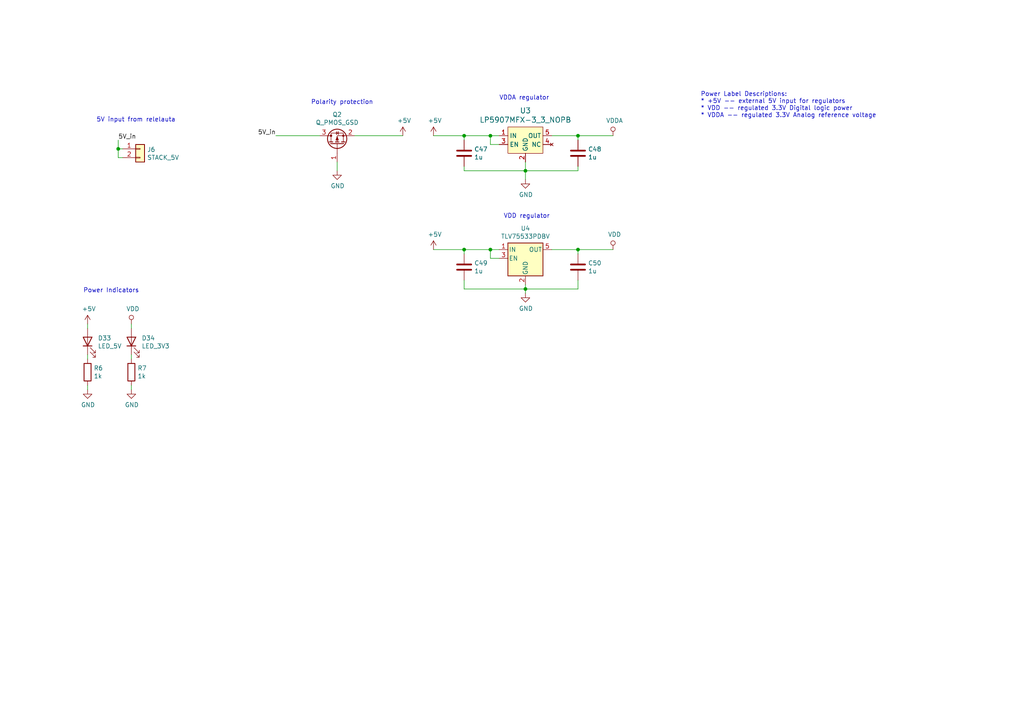
<source format=kicad_sch>
(kicad_sch (version 20231120) (generator "eeschema") (generator_version "8.0")
  (paper "A4")
  (title_block (title "KAPINE Motherboard") (date "2020-09-02") (rev "1.2") (company "Verneri Hirvonen"))
  (lib_symbols
    (symbol "Connector_Generic:Conn_01x02" (pin_names (offset 1.016) hide)
      (property "Reference" "J" (at 0 2.54 0))
      (property "Value" "Conn_01x02" (at 0 -5.08 0))
      (symbol "Conn_01x02_1_1"
        (rectangle (start -1.27 -2.413) (end 0 -2.667) (stroke (width 0.1524)))
        (rectangle (start -1.27 0.127) (end 0 -0.127) (stroke (width 0.1524)))
        (rectangle (start -1.27 1.27) (end 1.27 -3.81) (stroke (width 0.254)) (fill (type background)))
        (pin passive line (at -5.08 0 0) (length 3.81) (name "Pin_1") (number "1"))
        (pin passive line (at -5.08 -2.54 0) (length 3.81) (name "Pin_2") (number "2"))
      )
    )
    (symbol "Device:C" (pin_numbers hide) (pin_names (offset 0.254))
      (property "Reference" "C" (at 0.635 2.54 0))
      (property "Value" "C" (at 0.635 -2.54 0))
      (symbol "C_0_1"
        (polyline (pts (xy -2.032 -0.762) (xy 2.032 -0.762)) (stroke (width 0.508)))
        (polyline (pts (xy -2.032 0.762) (xy 2.032 0.762)) (stroke (width 0.508)))
      )
      (symbol "C_1_1"
        (pin passive line (at 0 3.81 270) (length 2.794) (name "~") (number "1"))
        (pin passive line (at 0 -3.81 90) (length 2.794) (name "~") (number "2"))
      )
    )
    (symbol "Device:LED" (pin_numbers hide) (pin_names (offset 1.016) hide)
      (property "Reference" "D" (at 0 2.54 0))
      (property "Value" "LED" (at 0 -2.54 0))
      (symbol "LED_0_1"
        (polyline (pts (xy -1.27 -1.27) (xy -1.27 1.27)) (stroke (width 0.254)))
        (polyline (pts (xy -1.27 0) (xy 1.27 0)))
        (polyline (pts (xy 1.27 -1.27) (xy 1.27 1.27) (xy -1.27 0) (xy 1.27 -1.27)) (stroke (width 0.254)))
        (polyline (pts (xy -3.048 -0.762) (xy -4.572 -2.286) (xy -3.81 -2.286) (xy -4.572 -2.286) (xy -4.572 -1.524)))
        (polyline (pts (xy -1.778 -0.762) (xy -3.302 -2.286) (xy -2.54 -2.286) (xy -3.302 -2.286) (xy -3.302 -1.524)))
      )
      (symbol "LED_1_1"
        (pin passive line (at -3.81 0 0) (length 2.54) (name "K") (number "1"))
        (pin passive line (at 3.81 0 180) (length 2.54) (name "A") (number "2"))
      )
    )
    (symbol "Device:Q_PMOS_GSD" (pin_names (offset 0) hide)
      (property "Reference" "Q" (at 5.08 1.27 0))
      (property "Value" "Q_PMOS_GSD" (at 5.08 -1.27 0))
      (symbol "Q_PMOS_GSD_0_1"
        (polyline (pts (xy 0.254 0) (xy -2.54 0)))
        (polyline (pts (xy 0.254 1.905) (xy 0.254 -1.905)) (stroke (width 0.254)))
        (polyline (pts (xy 0.762 -1.27) (xy 0.762 -2.286)) (stroke (width 0.254)))
        (polyline (pts (xy 0.762 0.508) (xy 0.762 -0.508)) (stroke (width 0.254)))
        (polyline (pts (xy 0.762 2.286) (xy 0.762 1.27)) (stroke (width 0.254)))
        (polyline (pts (xy 2.54 2.54) (xy 2.54 1.778)))
        (polyline (pts (xy 2.54 -2.54) (xy 2.54 0) (xy 0.762 0)))
        (polyline (pts (xy 0.762 1.778) (xy 3.302 1.778) (xy 3.302 -1.778) (xy 0.762 -1.778)))
        (polyline (pts (xy 2.286 0) (xy 1.27 0.381) (xy 1.27 -0.381) (xy 2.286 0)) (fill (type outline)))
        (polyline (pts (xy 2.794 -0.508) (xy 2.921 -0.381) (xy 3.683 -0.381) (xy 3.81 -0.254)))
        (polyline (pts (xy 3.302 -0.381) (xy 2.921 0.254) (xy 3.683 0.254) (xy 3.302 -0.381)))
        (circle (center 1.651 0) (radius 2.794) (stroke (width 0.254)))
        (circle (center 2.54 -1.778) (radius 0.254) (fill (type outline)))
        (circle (center 2.54 1.778) (radius 0.254) (fill (type outline)))
      )
      (symbol "Q_PMOS_GSD_1_1"
        (pin input line (at -5.08 0 0) (length 2.54) (name "G") (number "1"))
        (pin passive line (at 2.54 -5.08 90) (length 2.54) (name "S") (number "2"))
        (pin passive line (at 2.54 5.08 270) (length 2.54) (name "D") (number "3"))
      )
    )
    (symbol "Device:R" (pin_numbers hide) (pin_names (offset 0))
      (property "Reference" "R" (at 2.032 0 90))
      (property "Value" "R" (at 0 0 90))
      (symbol "R_0_1"
        (rectangle (start -1.016 -2.54) (end 1.016 2.54) (stroke (width 0.254)))
      )
      (symbol "R_1_1"
        (pin passive line (at 0 3.81 270) (length 1.27) (name "~") (number "1"))
        (pin passive line (at 0 -3.81 90) (length 1.27) (name "~") (number "2"))
      )
    )
    (symbol "Regulator_Linear:TLV75533PDBV" (pin_names (offset 0.254))
      (property "Reference" "U" (at -3.81 5.715 0))
      (property "Value" "TLV75533PDBV" (at 0 5.715 0))
      (symbol "TLV75533PDBV_0_1"
        (rectangle (start -5.08 4.445) (end 5.08 -5.08) (stroke (width 0.254)) (fill (type background)))
      )
      (symbol "TLV75533PDBV_1_1"
        (pin power_in line (at -7.62 2.54 0) (length 2.54) (name "IN") (number "1"))
        (pin power_in line (at 0 -7.62 90) (length 2.54) (name "GND") (number "2"))
        (pin input line (at -7.62 0 0) (length 2.54) (name "EN") (number "3"))
        (pin no_connect line (at 5.08 0 180) (length 2.54) hide (name "NC") (number "4"))
        (pin power_out line (at 7.62 2.54 180) (length 2.54) (name "OUT") (number "5"))
      )
    )
    (symbol "dk_PMIC-Voltage-Regulators-Linear:LP5907MFX-3_3_NOPB"
      (property "Reference" "U" (at 0 8.89 0))
      (property "Value" "LP5907MFX-3_3_NOPB" (at 0 11.43 0))
      (symbol "LP5907MFX-3_3_NOPB_0_1"
        (rectangle (start -5.08 7.62) (end 5.08 0) (fill (type background)))
      )
      (symbol "LP5907MFX-3_3_NOPB_1_1"
        (pin power_in line (at -7.62 5.08 0) (length 2.54) (name "IN") (number "1"))
        (pin power_in line (at 0 -2.54 90) (length 2.54) (name "GND") (number "2"))
        (pin input line (at -7.62 2.54 0) (length 2.54) (name "EN") (number "3"))
        (pin no_connect line (at 7.62 2.54 180) (length 2.54) (name "NC") (number "4"))
        (pin power_out line (at 7.62 5.08 180) (length 2.54) (name "OUT") (number "5"))
      )
    )
    (symbol "main-rescue:+5V-power" (power) (pin_names (offset 0))
      (property "Value" "power_+5V" (at 0 3.556 0))
      (symbol "+5V-power_0_1"
        (polyline (pts (xy -0.762 1.27) (xy 0 2.54)))
        (polyline (pts (xy 0 0) (xy 0 2.54)))
        (polyline (pts (xy 0 2.54) (xy 0.762 1.27)))
      )
      (symbol "+5V-power_1_1"
        (pin power_in line (at 0 0 90) (length 0) hide (name "+5V") (number "1"))
      )
    )
    (symbol "main-rescue:GND-power" (power) (pin_names (offset 0))
      (property "Value" "power_GND" (at 0 -3.81 0))
      (symbol "GND-power_0_1"
        (polyline (pts (xy 0 0) (xy 0 -1.27) (xy 1.27 -1.27) (xy 0 -2.54) (xy -1.27 -1.27) (xy 0 -1.27)))
      )
      (symbol "GND-power_1_1"
        (pin power_in line (at 0 0 270) (length 0) hide (name "GND") (number "1"))
      )
    )
    (symbol "main-rescue:VDD-power" (power) (pin_names (offset 0))
      (property "Value" "power_VDD" (at 0 3.81 0))
      (symbol "VDD-power_0_1"
        (polyline (pts (xy 0 0) (xy 0 1.27)))
        (circle (center 0 1.905) (radius 0.635))
      )
      (symbol "VDD-power_1_1"
        (pin power_in line (at 0 0 90) (length 0) hide (name "VDD") (number "1"))
      )
    )
    (symbol "main-rescue:VDDA-power" (power) (pin_names (offset 0))
      (property "Value" "power_VDDA" (at 0 3.81 0))
      (symbol "VDDA-power_0_1"
        (polyline (pts (xy 0 0) (xy 0 1.27)))
        (circle (center 0 1.905) (radius 0.635))
      )
      (symbol "VDDA-power_1_1"
        (pin power_in line (at 0 0 90) (length 0) hide (name "VDDA") (number "1"))
      )
    )
  )
  (junction (at 142.24 39.37))
  (junction (at 152.4 83.82))
  (junction (at 152.4 49.53))
  (junction (at 167.64 72.39))
  (junction (at 134.62 39.37))
  (junction (at 142.24 72.39))
  (junction (at 34.29 43.18))
  (junction (at 134.62 72.39))
  (junction (at 167.64 39.37))
  (wire (pts (xy 142.24 74.93) (xy 142.24 72.39)))
  (wire (pts (xy 160.02 39.37) (xy 167.64 39.37)))
  (wire (pts (xy 167.64 39.37) (xy 177.8 39.37)))
  (wire (pts (xy 25.4 95.25) (xy 25.4 93.98)))
  (wire (pts (xy 167.64 48.26) (xy 167.64 49.53)))
  (wire (pts (xy 167.64 72.39) (xy 177.8 72.39)))
  (wire (pts (xy 152.4 49.53) (xy 167.64 49.53)))
  (wire (pts (xy 38.1 111.76) (xy 38.1 113.03)))
  (wire (pts (xy 34.29 45.72) (xy 35.56 45.72)))
  (wire (pts (xy 144.78 39.37) (xy 142.24 39.37)))
  (wire (pts (xy 134.62 83.82) (xy 134.62 81.28)))
  (wire (pts (xy 167.64 73.66) (xy 167.64 72.39)))
  (wire (pts (xy 144.78 72.39) (xy 142.24 72.39)))
  (wire (pts (xy 152.4 85.09) (xy 152.4 83.82)))
  (wire (pts (xy 152.4 49.53) (xy 152.4 46.99)))
  (wire (pts (xy 167.64 39.37) (xy 167.64 40.64)))
  (wire (pts (xy 152.4 83.82) (xy 152.4 82.55)))
  (wire (pts (xy 34.29 40.64) (xy 34.29 43.18)))
  (wire (pts (xy 34.29 43.18) (xy 34.29 45.72)))
  (wire (pts (xy 134.62 39.37) (xy 125.73 39.37)))
  (wire (pts (xy 25.4 111.76) (xy 25.4 113.03)))
  (wire (pts (xy 134.62 49.53) (xy 152.4 49.53)))
  (wire (pts (xy 142.24 39.37) (xy 134.62 39.37)))
  (wire (pts (xy 134.62 72.39) (xy 125.73 72.39)))
  (wire (pts (xy 152.4 52.07) (xy 152.4 49.53)))
  (wire (pts (xy 167.64 83.82) (xy 167.64 81.28)))
  (wire (pts (xy 160.02 72.39) (xy 167.64 72.39)))
  (wire (pts (xy 102.87 39.37) (xy 116.84 39.37)))
  (wire (pts (xy 134.62 73.66) (xy 134.62 72.39)))
  (wire (pts (xy 142.24 41.91) (xy 142.24 39.37)))
  (wire (pts (xy 38.1 95.25) (xy 38.1 93.98)))
  (wire (pts (xy 97.79 46.99) (xy 97.79 49.53)))
  (wire (pts (xy 134.62 49.53) (xy 134.62 48.26)))
  (wire (pts (xy 134.62 83.82) (xy 152.4 83.82)))
  (wire (pts (xy 35.56 43.18) (xy 34.29 43.18)))
  (wire (pts (xy 134.62 40.64) (xy 134.62 39.37)))
  (wire (pts (xy 144.78 41.91) (xy 142.24 41.91)))
  (wire (pts (xy 80.01 39.37) (xy 92.71 39.37)))
  (wire (pts (xy 142.24 72.39) (xy 134.62 72.39)))
  (wire (pts (xy 38.1 102.87) (xy 38.1 104.14)))
  (wire (pts (xy 144.78 74.93) (xy 142.24 74.93)))
  (wire (pts (xy 25.4 102.87) (xy 25.4 104.14)))
  (wire (pts (xy 167.64 83.82) (xy 152.4 83.82)))
  (text "Power Label Descriptions:\n* +5V -- external 5V input for regulators\n* VDD -- regulated 3.3V Digital logic power\n* VDDA -- regulated 3.3V Analog reference voltage" (at 203.2 34.29 0) (effects (font (size 1.27 1.27)) (justify left bottom)))
  (text "5V input from relelauta" (at 27.94 35.56 0) (effects (font (size 1.27 1.27)) (justify left bottom)))
  (text "Polarity protection" (at 90.17 30.48 0) (effects (font (size 1.27 1.27)) (justify left bottom)))
  (text "VDDA regulator" (at 144.78 29.21 0) (effects (font (size 1.27 1.27)) (justify left bottom)))
  (text "Power Indicators" (at 24.13 85.09 0) (effects (font (size 1.27 1.27)) (justify left bottom)))
  (text "VDD regulator" (at 146.05 63.5 0) (effects (font (size 1.27 1.27)) (justify left bottom)))
  (label "5V_in" (at 80.01 39.37 180))
  (label "5V_in" (at 34.29 40.64 0))
  (symbol (lib_id "main-rescue:+5V-power") (at 125.73 39.37 0) (unit 1)
    (property "Reference" "#PWR023" (effects (hide yes)))
    (property "Value" "+5V" (at 126.111 34.9758 0))
  )
  (symbol (lib_id "main-rescue:+5V-power") (at 116.84 39.37 0) (unit 1)
    (property "Reference" "#PWR019" (effects (hide yes)))
    (property "Value" "+5V" (at 117.221 34.9758 0))
  )
  (symbol (lib_id "dk_PMIC-Voltage-Regulators-Linear:LP5907MFX-3_3_NOPB") (at 152.4 44.45 0) (unit 1)
    (property "Reference" "U3" (at 152.4 32.0802 0) (effects (font (size 1.524 1.524))))
    (property "Value" "LP5907MFX-3_3_NOPB" (at 152.4 34.7726 0) (effects (font (size 1.524 1.524))))
    (property "Footprint" "digikey-footprints:SOT-753" (effects (hide yes)))
    (property "Datasheet" "http://www.ti.com/general/docs/suppproductinfo.tsp?distId=10&gotoUrl=http%3A%2F%2Fwww.ti.com%2Flit%2Fgpn%2Flp5907" (effects (hide yes)))
    (property "Digi-Key_PN" "296-38557-1-ND" (effects (hide yes)))
    (property "MPN" "LP5907MFX-3.3/NOPB" (effects (hide yes)))
    (property "Category" "Integrated Circuits (ICs)" (effects (hide yes)))
    (property "Family" "PMIC - Voltage Regulators - Linear" (effects (hide yes)))
    (property "DK_Datasheet_Link" "http://www.ti.com/general/docs/suppproductinfo.tsp?distId=10&gotoUrl=http%3A%2F%2Fwww.ti.com%2Flit%2Fgpn%2Flp5907" (effects (hide yes)))
    (property "DK_Detail_Page" "/product-detail/en/texas-instruments/LP5907MFX-3.3-NOPB/296-38557-1-ND/5034443" (effects (hide yes)))
    (property "Description" "IC REG LINEAR 3.3V 250MA SOT23-5" (effects (hide yes)))
    (property "Manufacturer" "Texas Instruments" (effects (hide yes)))
    (property "Status" "Active" (effects (hide yes)))
  )
  (symbol (lib_id "main-rescue:VDDA-power") (at 177.8 39.37 0) (unit 1)
    (property "Reference" "#PWR031" (effects (hide yes)))
    (property "Value" "VDDA" (at 178.2318 34.9758 0))
  )
  (symbol (lib_id "Device:C") (at 167.64 44.45 0) (unit 1)
    (property "Reference" "C48" (at 170.561 43.2816 0) (effects (justify left)))
    (property "Value" "1u" (at 170.561 45.593 0) (effects (justify left)))
    (property "Footprint" "Capacitor_SMD:C_0603_1608Metric" (effects (hide yes)))
  )
  (symbol (lib_id "main-rescue:GND-power") (at 152.4 52.07 0) (unit 1)
    (property "Reference" "#PWR027" (effects (hide yes)))
    (property "Value" "GND" (at 152.527 56.4642 0))
  )
  (symbol (lib_id "Device:C") (at 134.62 44.45 0) (unit 1)
    (property "Reference" "C47" (at 137.541 43.2816 0) (effects (justify left)))
    (property "Value" "1u" (at 137.541 45.593 0) (effects (justify left)))
    (property "Footprint" "Capacitor_SMD:C_0603_1608Metric" (effects (hide yes)))
  )
  (symbol (lib_id "Device:Q_PMOS_GSD") (at 97.79 41.91 90) (unit 1)
    (property "Reference" "Q2" (at 97.79 33.2232 90))
    (property "Value" "Q_PMOS_GSD" (at 97.79 35.5346 90))
    (property "Footprint" "Package_TO_SOT_SMD:SOT-23" (effects (hide yes)))
  )
  (symbol (lib_id "main-rescue:GND-power") (at 97.79 49.53 0) (unit 1)
    (property "Reference" "#PWR021" (effects (hide yes)))
    (property "Value" "GND" (at 97.917 53.9242 0))
  )
  (symbol (lib_id "main-rescue:GND-power") (at 152.4 85.09 0) (unit 1)
    (property "Reference" "#PWR033" (effects (hide yes)))
    (property "Value" "GND" (at 152.527 89.4842 0))
  )
  (symbol (lib_id "Regulator_Linear:TLV75533PDBV") (at 152.4 74.93 0) (unit 1)
    (property "Reference" "U4" (at 152.4 66.2432 0))
    (property "Value" "TLV75533PDBV" (at 152.4 68.5546 0))
    (property "Footprint" "Package_TO_SOT_SMD:SOT-23-5" (effects (hide yes)))
    (property "Datasheet" "http://www.ti.com/lit/ds/symlink/tlv755p.pdf" (effects (hide yes)))
  )
  (symbol (lib_id "main-rescue:+5V-power") (at 125.73 72.39 0) (unit 1)
    (property "Reference" "#PWR029" (effects (hide yes)))
    (property "Value" "+5V" (at 126.111 67.9958 0))
  )
  (symbol (lib_id "main-rescue:VDD-power") (at 177.8 72.39 0) (unit 1)
    (property "Reference" "#PWR035" (effects (hide yes)))
    (property "Value" "VDD" (at 178.2318 67.9958 0))
  )
  (symbol (lib_id "Device:C") (at 167.64 77.47 0) (unit 1)
    (property "Reference" "C50" (at 170.561 76.3016 0) (effects (justify left)))
    (property "Value" "1u" (at 170.561 78.613 0) (effects (justify left)))
    (property "Footprint" "Capacitor_SMD:C_0603_1608Metric" (effects (hide yes)))
  )
  (symbol (lib_id "Device:C") (at 134.62 77.47 0) (unit 1)
    (property "Reference" "C49" (at 137.541 76.3016 0) (effects (justify left)))
    (property "Value" "1u" (at 137.541 78.613 0) (effects (justify left)))
    (property "Footprint" "Capacitor_SMD:C_0603_1608Metric" (effects (hide yes)))
  )
  (symbol (lib_id "Device:LED") (at 25.4 99.06 90) (unit 1)
    (property "Reference" "D33" (at 28.3718 98.0694 90) (effects (justify right)))
    (property "Value" "LED_5V" (at 28.3718 100.3808 90) (effects (justify right)))
    (property "Footprint" "LED_SMD:LED_0805_2012Metric" (effects (hide yes)))
    (instances (project "main" (path "" (reference "D33") (unit 1)) (path "" (reference "D?") (unit 1))))
  )
  (symbol (lib_id "Device:R") (at 25.4 107.95 0) (unit 1)
    (property "Reference" "R6" (at 27.178 106.7816 0) (effects (justify left)))
    (property "Value" "1k" (at 27.178 109.093 0) (effects (justify left)))
    (property "Footprint" "Resistor_SMD:R_0805_2012Metric" (effects (hide yes)))
    (instances (project "main" (path "" (reference "R6") (unit 1)) (path "" (reference "R?") (unit 1))))
  )
  (symbol (lib_id "main-rescue:+5V-power") (at 25.4 93.98 0) (unit 1)
    (property "Reference" "#PWR067" (effects (hide yes)))
    (property "Value" "+5V" (at 25.781 89.5858 0))
    (instances (project "main" (path "" (reference "#PWR067") (unit 1)) (path "" (reference "#PWR?") (unit 1))))
  )
  (symbol (lib_id "main-rescue:GND-power") (at 25.4 113.03 0) (unit 1)
    (property "Reference" "#PWR069" (effects (hide yes)))
    (property "Value" "GND" (at 25.527 117.4242 0))
    (instances (project "main" (path "" (reference "#PWR069") (unit 1)) (path "" (reference "#PWR?") (unit 1))))
  )
  (symbol (lib_id "Device:LED") (at 38.1 99.06 90) (unit 1)
    (property "Reference" "D34" (at 41.0718 98.0694 90) (effects (justify right)))
    (property "Value" "LED_3V3" (at 41.0718 100.3808 90) (effects (justify right)))
    (property "Footprint" "LED_SMD:LED_0805_2012Metric" (effects (hide yes)))
    (instances (project "main" (path "" (reference "D34") (unit 1)) (path "" (reference "D?") (unit 1))))
  )
  (symbol (lib_id "Device:R") (at 38.1 107.95 0) (unit 1)
    (property "Reference" "R7" (at 39.878 106.7816 0) (effects (justify left)))
    (property "Value" "1k" (at 39.878 109.093 0) (effects (justify left)))
    (property "Footprint" "Resistor_SMD:R_0805_2012Metric" (effects (hide yes)))
    (instances (project "main" (path "" (reference "R7") (unit 1)) (path "" (reference "R?") (unit 1))))
  )
  (symbol (lib_id "main-rescue:GND-power") (at 38.1 113.03 0) (unit 1)
    (property "Reference" "#PWR073" (effects (hide yes)))
    (property "Value" "GND" (at 38.227 117.4242 0))
    (instances (project "main" (path "" (reference "#PWR073") (unit 1)) (path "" (reference "#PWR?") (unit 1))))
  )
  (symbol (lib_id "main-rescue:VDD-power") (at 38.1 93.98 0) (unit 1)
    (property "Reference" "#PWR071" (effects (hide yes)))
    (property "Value" "VDD" (at 38.5318 89.5858 0))
    (instances (project "main" (path "" (reference "#PWR071") (unit 1)) (path "" (reference "#PWR?") (unit 1))))
  )
  (symbol (lib_id "Connector_Generic:Conn_01x02") (at 40.64 43.18 0) (unit 1)
    (property "Reference" "J6" (at 42.672 43.3832 0) (effects (justify left)))
    (property "Value" "STACK_5V" (at 42.672 45.6946 0) (effects (justify left)))
    (property "Footprint" "Connector_PinSocket_2.54mm:PinSocket_1x02_P2.54mm_Vertical" (effects (hide yes)))
  )
)
</source>
